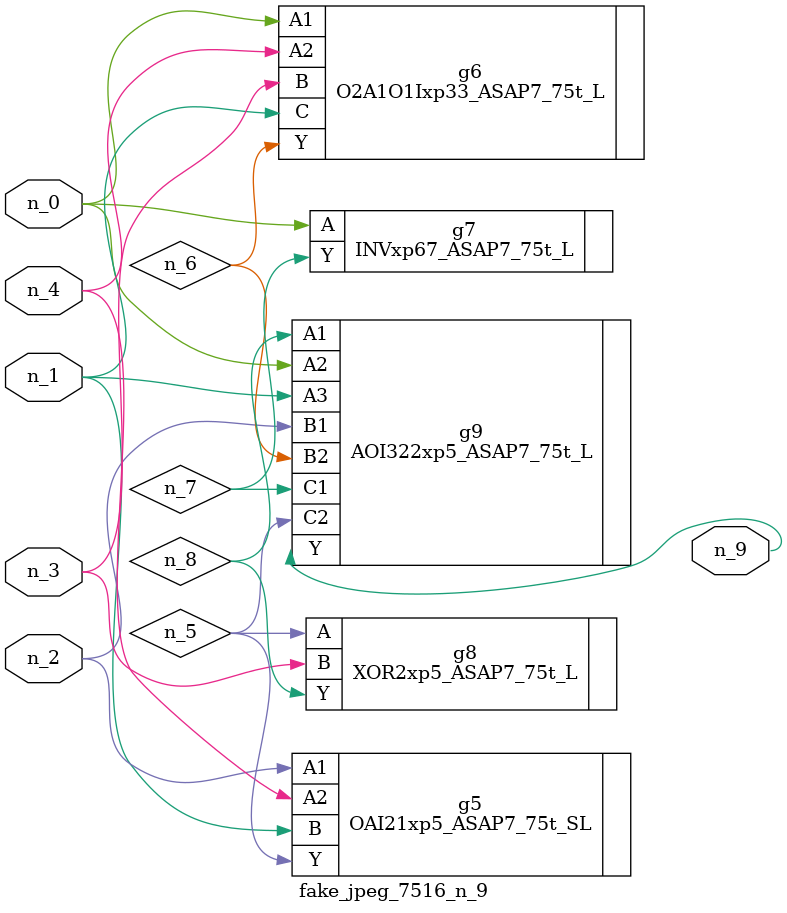
<source format=v>
module fake_jpeg_7516_n_9 (n_3, n_2, n_1, n_0, n_4, n_9);

input n_3;
input n_2;
input n_1;
input n_0;
input n_4;

output n_9;

wire n_8;
wire n_6;
wire n_5;
wire n_7;

OAI21xp5_ASAP7_75t_SL g5 ( 
.A1(n_2),
.A2(n_4),
.B(n_1),
.Y(n_5)
);

O2A1O1Ixp33_ASAP7_75t_L g6 ( 
.A1(n_0),
.A2(n_4),
.B(n_3),
.C(n_1),
.Y(n_6)
);

INVxp67_ASAP7_75t_L g7 ( 
.A(n_0),
.Y(n_7)
);

XOR2xp5_ASAP7_75t_L g8 ( 
.A(n_5),
.B(n_3),
.Y(n_8)
);

AOI322xp5_ASAP7_75t_L g9 ( 
.A1(n_8),
.A2(n_0),
.A3(n_1),
.B1(n_2),
.B2(n_6),
.C1(n_7),
.C2(n_5),
.Y(n_9)
);


endmodule
</source>
